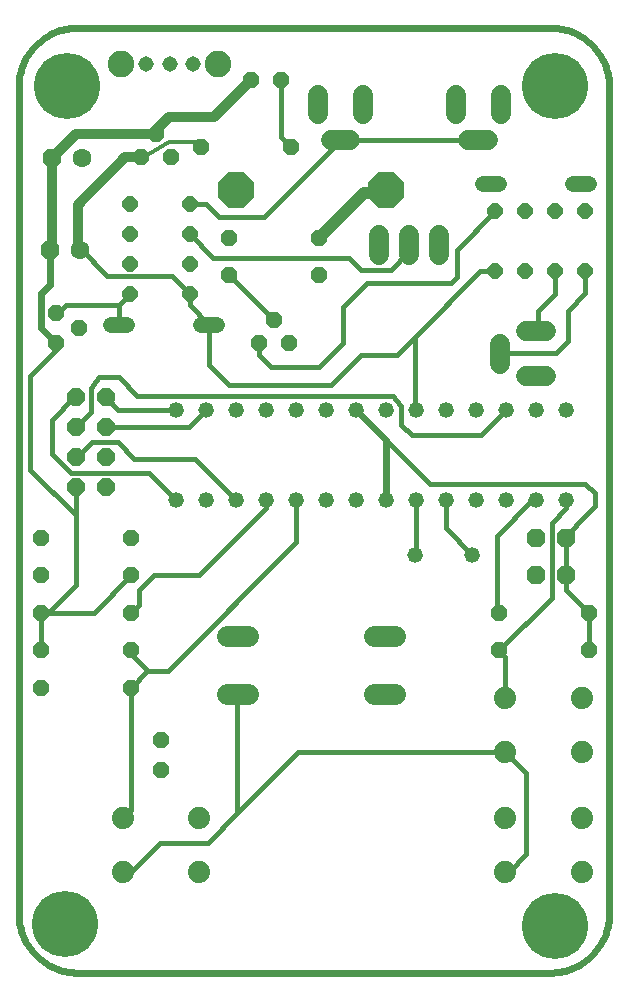
<source format=gbl>
G75*
%MOIN*%
%OFA0B0*%
%FSLAX24Y24*%
%IPPOS*%
%LPD*%
%AMOC8*
5,1,8,0,0,1.08239X$1,22.5*
%
%ADD10C,0.0240*%
%ADD11OC8,0.0520*%
%ADD12C,0.0520*%
%ADD13OC8,0.0630*%
%ADD14C,0.0630*%
%ADD15C,0.0515*%
%ADD16C,0.0886*%
%ADD17C,0.0740*%
%ADD18OC8,0.0515*%
%ADD19C,0.0650*%
%ADD20C,0.0705*%
%ADD21C,0.0520*%
%ADD22OC8,0.0600*%
%ADD23C,0.0120*%
%ADD24C,0.0160*%
%ADD25C,0.0400*%
%ADD26C,0.0320*%
%ADD27C,0.2200*%
%ADD28OC8,0.1181*%
D10*
X000220Y002189D02*
X000220Y029748D01*
X000222Y029834D01*
X000227Y029920D01*
X000237Y030005D01*
X000250Y030090D01*
X000267Y030174D01*
X000287Y030258D01*
X000311Y030340D01*
X000339Y030421D01*
X000370Y030502D01*
X000404Y030580D01*
X000442Y030657D01*
X000484Y030733D01*
X000528Y030806D01*
X000576Y030877D01*
X000627Y030947D01*
X000681Y031014D01*
X000737Y031078D01*
X000797Y031140D01*
X000859Y031200D01*
X000923Y031256D01*
X000990Y031310D01*
X001060Y031361D01*
X001131Y031409D01*
X001205Y031453D01*
X001280Y031495D01*
X001357Y031533D01*
X001435Y031567D01*
X001516Y031598D01*
X001597Y031626D01*
X001679Y031650D01*
X001763Y031670D01*
X001847Y031687D01*
X001932Y031700D01*
X002017Y031710D01*
X002103Y031715D01*
X002189Y031717D01*
X002189Y031716D02*
X017937Y031716D01*
X017937Y031717D02*
X018023Y031715D01*
X018109Y031710D01*
X018194Y031700D01*
X018279Y031687D01*
X018363Y031670D01*
X018447Y031650D01*
X018529Y031626D01*
X018610Y031598D01*
X018691Y031567D01*
X018769Y031533D01*
X018846Y031495D01*
X018922Y031453D01*
X018995Y031409D01*
X019066Y031361D01*
X019136Y031310D01*
X019203Y031256D01*
X019267Y031200D01*
X019329Y031140D01*
X019389Y031078D01*
X019445Y031014D01*
X019499Y030947D01*
X019550Y030877D01*
X019598Y030806D01*
X019642Y030733D01*
X019684Y030657D01*
X019722Y030580D01*
X019756Y030502D01*
X019787Y030421D01*
X019815Y030340D01*
X019839Y030258D01*
X019859Y030174D01*
X019876Y030090D01*
X019889Y030005D01*
X019899Y029920D01*
X019904Y029834D01*
X019906Y029748D01*
X019905Y029748D02*
X019905Y002189D01*
X019906Y002189D02*
X019904Y002103D01*
X019899Y002017D01*
X019889Y001932D01*
X019876Y001847D01*
X019859Y001763D01*
X019839Y001679D01*
X019815Y001597D01*
X019787Y001516D01*
X019756Y001435D01*
X019722Y001357D01*
X019684Y001280D01*
X019642Y001204D01*
X019598Y001131D01*
X019550Y001060D01*
X019499Y000990D01*
X019445Y000923D01*
X019389Y000859D01*
X019329Y000797D01*
X019267Y000737D01*
X019203Y000681D01*
X019136Y000627D01*
X019066Y000576D01*
X018995Y000528D01*
X018922Y000484D01*
X018846Y000442D01*
X018769Y000404D01*
X018691Y000370D01*
X018610Y000339D01*
X018529Y000311D01*
X018447Y000287D01*
X018363Y000267D01*
X018279Y000250D01*
X018194Y000237D01*
X018109Y000227D01*
X018023Y000222D01*
X017937Y000220D01*
X002189Y000220D01*
X002103Y000222D01*
X002017Y000227D01*
X001932Y000237D01*
X001847Y000250D01*
X001763Y000267D01*
X001679Y000287D01*
X001597Y000311D01*
X001516Y000339D01*
X001435Y000370D01*
X001357Y000404D01*
X001280Y000442D01*
X001204Y000484D01*
X001131Y000528D01*
X001060Y000576D01*
X000990Y000627D01*
X000923Y000681D01*
X000859Y000737D01*
X000797Y000797D01*
X000737Y000859D01*
X000681Y000923D01*
X000627Y000990D01*
X000576Y001060D01*
X000528Y001131D01*
X000484Y001205D01*
X000442Y001280D01*
X000404Y001357D01*
X000370Y001435D01*
X000339Y001516D01*
X000311Y001597D01*
X000287Y001679D01*
X000267Y001763D01*
X000250Y001847D01*
X000237Y001932D01*
X000227Y002017D01*
X000222Y002103D01*
X000220Y002189D01*
X012470Y017970D02*
X011470Y018970D01*
X012470Y017970D02*
X012470Y015970D01*
X001470Y021220D02*
X000968Y021722D01*
X000968Y022858D01*
X001262Y023152D01*
X001262Y024313D01*
D11*
X001470Y022220D03*
X001470Y021220D03*
X002220Y021720D03*
X004288Y027422D03*
X004788Y028172D03*
X005288Y027422D03*
X006313Y027734D03*
X007970Y029970D03*
X008970Y029970D03*
X009313Y027734D03*
X010220Y024720D03*
X010220Y023470D03*
X009220Y021220D03*
X008720Y021970D03*
X008220Y021220D03*
X007220Y023470D03*
X007220Y024720D03*
X003970Y014720D03*
X003970Y013470D03*
X003970Y012220D03*
X003970Y010970D03*
X003970Y009720D03*
X004970Y007970D03*
X004970Y006970D03*
X000970Y009720D03*
X000970Y010970D03*
X000970Y012220D03*
X000970Y013470D03*
X000970Y014720D03*
X016220Y012220D03*
X016220Y010970D03*
X019220Y010970D03*
X019220Y012220D03*
D12*
X018470Y015970D03*
X017470Y015970D03*
X016470Y015970D03*
X015470Y015970D03*
X014470Y015970D03*
X013470Y015970D03*
X012470Y015970D03*
X011470Y015970D03*
X010470Y015970D03*
X009470Y015970D03*
X008470Y015970D03*
X007470Y015970D03*
X006470Y015970D03*
X005470Y015970D03*
X005470Y018970D03*
X006470Y018970D03*
X007470Y018970D03*
X008470Y018970D03*
X009470Y018970D03*
X010470Y018970D03*
X011470Y018970D03*
X012470Y018970D03*
X013470Y018970D03*
X014470Y018970D03*
X015470Y018970D03*
X016470Y018970D03*
X017470Y018970D03*
X018470Y018970D03*
X015349Y014153D03*
X013449Y014153D03*
D13*
X017470Y014720D03*
X017470Y013470D03*
X018470Y013470D03*
X018470Y014720D03*
X001320Y027370D03*
X001262Y024313D03*
D14*
X002262Y024313D03*
X002320Y027370D03*
D15*
X004469Y030514D03*
X005259Y030514D03*
X006049Y030514D03*
D16*
X006874Y030514D03*
X003644Y030514D03*
D17*
X016440Y009360D03*
X016440Y007580D03*
X016440Y005360D03*
X016440Y003580D03*
X019000Y003580D03*
X019000Y005360D03*
X019000Y007580D03*
X019000Y009360D03*
X006250Y005360D03*
X006250Y003580D03*
X003690Y003580D03*
X003690Y005360D03*
D18*
X003931Y022851D03*
X003931Y023851D03*
X003931Y024851D03*
X003931Y025851D03*
X005931Y025851D03*
X005931Y024851D03*
X005931Y023851D03*
X005931Y022851D03*
X016118Y023591D03*
X017118Y023591D03*
X018118Y023591D03*
X019118Y023591D03*
X019118Y025591D03*
X018118Y025591D03*
X017118Y025591D03*
X016118Y025591D03*
D19*
X015862Y027976D02*
X015212Y027976D01*
X014789Y028832D02*
X014789Y029482D01*
X016285Y029482D02*
X016285Y028832D01*
X014220Y024795D02*
X014220Y024145D01*
X013220Y024145D02*
X013220Y024795D01*
X012220Y024795D02*
X012220Y024145D01*
X011281Y027976D02*
X010631Y027976D01*
X010208Y028832D02*
X010208Y029482D01*
X011704Y029482D02*
X011704Y028832D01*
X016283Y021171D02*
X016283Y020521D01*
X017139Y020098D02*
X017789Y020098D01*
X017789Y021594D02*
X017139Y021594D01*
D20*
X012783Y011450D02*
X012078Y011450D01*
X012078Y009490D02*
X012783Y009490D01*
X007863Y009490D02*
X007158Y009490D01*
X007158Y011450D02*
X007863Y011450D01*
D21*
X006830Y021820D02*
X006310Y021820D01*
X003830Y021820D02*
X003310Y021820D01*
X015710Y026520D02*
X016230Y026520D01*
X018710Y026520D02*
X019230Y026520D01*
D22*
X003122Y019397D03*
X003122Y018397D03*
X003122Y017397D03*
X003122Y016397D03*
X002122Y016397D03*
X002122Y017397D03*
X002122Y018397D03*
X002122Y019397D03*
D23*
X001320Y024320D02*
X001262Y024313D01*
X004288Y027422D02*
X004320Y027520D01*
X004570Y027520D01*
X005220Y027920D01*
X006120Y027920D01*
X006220Y027820D01*
X006313Y027734D01*
D24*
X006479Y025851D02*
X005931Y025851D01*
X006479Y025851D02*
X006913Y025417D01*
X008397Y025417D01*
X010956Y027976D01*
X015537Y027976D01*
X016118Y025591D02*
X014820Y024293D01*
X014820Y023420D01*
X014620Y023220D01*
X011820Y023220D01*
X011020Y022420D01*
X011020Y021220D01*
X010220Y020420D01*
X008620Y020420D01*
X008220Y020820D01*
X008220Y021220D01*
X008720Y021970D02*
X007220Y023470D01*
X006716Y024039D02*
X011244Y024039D01*
X011637Y023645D01*
X012622Y023645D01*
X013212Y024236D01*
X013212Y024462D01*
X013220Y024470D01*
X015591Y023591D02*
X013420Y021420D01*
X012820Y020820D01*
X011620Y020820D01*
X010620Y019820D01*
X007220Y019820D01*
X006570Y020470D01*
X006570Y021820D01*
X005931Y022459D01*
X005931Y022851D01*
X005333Y023448D01*
X003173Y023448D01*
X002264Y024357D01*
X002218Y024357D01*
X001795Y022464D02*
X001551Y022220D01*
X001470Y022220D01*
X001795Y022464D02*
X003566Y022464D01*
X003566Y021824D01*
X003570Y021820D01*
X003566Y022464D02*
X003931Y022828D01*
X003931Y022851D01*
X005931Y024824D02*
X006716Y024039D01*
X005931Y024824D02*
X005931Y024851D01*
X008970Y028076D02*
X008970Y029970D01*
X008970Y028076D02*
X009313Y027734D01*
X013420Y021420D02*
X013420Y019020D01*
X013470Y018970D01*
X012976Y019118D02*
X012976Y018488D01*
X013330Y018133D01*
X015633Y018133D01*
X016470Y018970D01*
X016283Y020846D02*
X016326Y020889D01*
X018133Y020889D01*
X018527Y021283D01*
X018527Y022267D01*
X019118Y022858D01*
X019118Y023591D01*
X018118Y023591D02*
X018118Y022843D01*
X017543Y022267D01*
X017543Y021673D01*
X017464Y021594D01*
X016118Y023591D02*
X015591Y023591D01*
X012700Y019433D02*
X012976Y019118D01*
X012700Y019433D02*
X004157Y019433D01*
X003566Y020063D01*
X002897Y020063D01*
X002622Y019708D01*
X002622Y018921D01*
X002122Y018421D01*
X002122Y018397D01*
X002661Y017897D02*
X002161Y017397D01*
X002122Y017397D01*
X001952Y016874D02*
X004566Y016874D01*
X005470Y015970D01*
X006094Y017346D02*
X007470Y015970D01*
X008470Y015970D02*
X008470Y015720D01*
X006220Y013470D01*
X004720Y013470D01*
X004220Y012970D01*
X004220Y012470D01*
X003970Y012220D01*
X003970Y010970D02*
X003970Y010840D01*
X004551Y010259D01*
X004509Y010259D01*
X003970Y009720D01*
X003970Y005640D01*
X003690Y005360D01*
X004944Y004551D02*
X003974Y003580D01*
X003690Y003580D01*
X004944Y004551D02*
X006519Y004551D01*
X007503Y005535D01*
X009549Y007580D01*
X016440Y007580D01*
X017149Y006871D01*
X017149Y004157D01*
X016572Y003580D01*
X016440Y003580D01*
X016440Y009360D02*
X016440Y010750D01*
X016220Y010970D01*
X017996Y012698D01*
X017996Y015193D01*
X018470Y015714D01*
X018470Y015970D01*
X019118Y016519D02*
X013921Y016519D01*
X012470Y017970D01*
X013470Y015970D02*
X013470Y014174D01*
X013449Y014153D01*
X014470Y015032D02*
X015349Y014153D01*
X016165Y014787D02*
X016165Y012275D01*
X016220Y012220D01*
X016165Y014787D02*
X017348Y015970D01*
X017470Y015970D01*
X018864Y015202D02*
X018470Y014720D01*
X018470Y013470D01*
X018470Y012970D01*
X019220Y012220D01*
X019220Y010970D01*
X018864Y015202D02*
X019433Y015771D01*
X019433Y016204D01*
X019118Y016519D01*
X014470Y015970D02*
X014470Y015032D01*
X009470Y014588D02*
X005189Y010259D01*
X004551Y010259D01*
X002720Y012220D02*
X003970Y013470D01*
X002720Y012220D02*
X001204Y012220D01*
X002122Y013137D01*
X002122Y015463D01*
X000596Y016989D01*
X000596Y020102D01*
X001482Y020976D01*
X001470Y021220D01*
X002074Y019397D02*
X001322Y018645D01*
X001322Y017503D01*
X001952Y016874D01*
X002122Y016397D02*
X002086Y016362D01*
X002122Y016397D02*
X002122Y015463D01*
X002661Y017897D02*
X003527Y017897D01*
X004078Y017346D01*
X006094Y017346D01*
X005897Y018397D02*
X006470Y018970D01*
X005897Y018397D02*
X003122Y018397D01*
X003549Y018970D02*
X003122Y019397D01*
X003549Y018970D02*
X005470Y018970D01*
X002122Y019397D02*
X002074Y019397D01*
X001204Y012220D02*
X000970Y012220D01*
X000970Y010970D01*
X007503Y009483D02*
X007503Y005535D01*
X007503Y009483D02*
X007510Y009490D01*
X009470Y014588D02*
X009470Y015970D01*
D25*
X010220Y024720D02*
X011720Y026220D01*
X012420Y026220D01*
D26*
X007970Y029970D02*
X006724Y028724D01*
X005220Y028724D01*
X004788Y028292D01*
X004788Y028172D01*
X002122Y028172D01*
X001320Y027370D01*
X001320Y024371D01*
X001262Y024313D01*
X002189Y024428D02*
X002189Y025811D01*
X003770Y027392D01*
X003841Y027422D02*
X004288Y027422D01*
X003841Y027422D02*
X003821Y027420D01*
X003803Y027414D01*
X003785Y027405D01*
X003770Y027393D01*
X002189Y024428D02*
X002191Y024408D01*
X002197Y024390D01*
X002206Y024372D01*
X002218Y024357D01*
D27*
X001845Y029783D03*
X018095Y029783D03*
X018095Y001783D03*
X001783Y001845D03*
D28*
X007471Y026294D03*
X012470Y026294D03*
M02*

</source>
